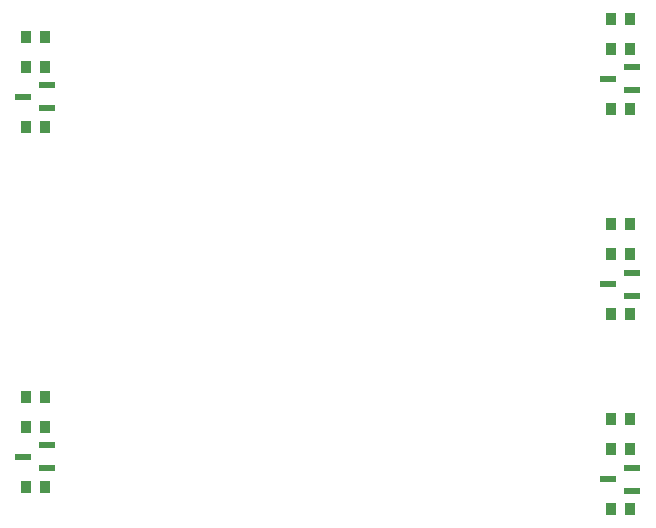
<source format=gbr>
G04 EAGLE Gerber RS-274X export*
G75*
%MOMM*%
%FSLAX34Y34*%
%LPD*%
%INSolderpaste Bottom*%
%IPPOS*%
%AMOC8*
5,1,8,0,0,1.08239X$1,22.5*%
G01*
%ADD10R,0.949959X1.031241*%
%ADD11R,1.320800X0.558800*%


D10*
X623951Y529590D03*
X607949Y529590D03*
X623951Y478790D03*
X607949Y478790D03*
X607949Y554990D03*
X623951Y554990D03*
D11*
X626110Y513842D03*
X626110Y494538D03*
X605790Y504190D03*
D10*
X623951Y355600D03*
X607949Y355600D03*
X623951Y304800D03*
X607949Y304800D03*
X607949Y381000D03*
X623951Y381000D03*
D11*
X626110Y339852D03*
X626110Y320548D03*
X605790Y330200D03*
D10*
X623951Y190500D03*
X607949Y190500D03*
X623951Y139700D03*
X607949Y139700D03*
X607949Y215900D03*
X623951Y215900D03*
D11*
X626110Y174752D03*
X626110Y155448D03*
X605790Y165100D03*
D10*
X128651Y514350D03*
X112649Y514350D03*
X128651Y463550D03*
X112649Y463550D03*
X112649Y539750D03*
X128651Y539750D03*
D11*
X130810Y498602D03*
X130810Y479298D03*
X110490Y488950D03*
D10*
X128651Y209550D03*
X112649Y209550D03*
X128651Y158750D03*
X112649Y158750D03*
X112649Y234950D03*
X128651Y234950D03*
D11*
X130810Y193802D03*
X130810Y174498D03*
X110490Y184150D03*
M02*

</source>
